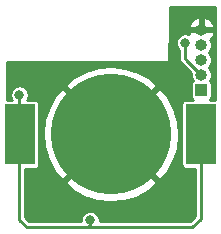
<source format=gbr>
G04 #@! TF.GenerationSoftware,KiCad,Pcbnew,(5.1.0)-1*
G04 #@! TF.CreationDate,2019-06-28T09:21:03+02:00*
G04 #@! TF.ProjectId,Drop,44726f70-2e6b-4696-9361-645f70636258,rev?*
G04 #@! TF.SameCoordinates,Original*
G04 #@! TF.FileFunction,Copper,L2,Bot*
G04 #@! TF.FilePolarity,Positive*
%FSLAX46Y46*%
G04 Gerber Fmt 4.6, Leading zero omitted, Abs format (unit mm)*
G04 Created by KiCad (PCBNEW (5.1.0)-1) date 2019-06-28 09:21:03*
%MOMM*%
%LPD*%
G04 APERTURE LIST*
%ADD10R,2.500000X5.100000*%
%ADD11C,10.200000*%
%ADD12R,1.000000X1.000000*%
%ADD13O,1.000000X1.000000*%
%ADD14C,0.800000*%
%ADD15C,0.250000*%
%ADD16C,0.254000*%
G04 APERTURE END LIST*
D10*
X131050000Y-64750000D03*
X146350000Y-64750000D03*
D11*
X138750000Y-64750000D03*
D12*
X146400000Y-61000000D03*
D13*
X146400000Y-59730000D03*
X146400000Y-58460000D03*
X146400000Y-57190000D03*
X146400000Y-55920000D03*
D14*
X131000000Y-61400000D03*
X137000000Y-72000000D03*
X143200000Y-68800000D03*
X131500000Y-59250000D03*
X133200000Y-68000000D03*
X145000000Y-57000000D03*
D15*
X131000000Y-67750000D02*
X131000000Y-64550000D01*
X131000000Y-64550000D02*
X131050000Y-64500000D01*
X131000000Y-67750000D02*
X131000000Y-72000000D01*
X131000000Y-72000000D02*
X131599990Y-72599990D01*
X131599990Y-72599990D02*
X133999990Y-72599990D01*
X131000000Y-64950000D02*
X131050000Y-65000000D01*
X131000000Y-61400000D02*
X131000000Y-64950000D01*
X133999990Y-72599990D02*
X145650010Y-72599990D01*
X146350000Y-71900000D02*
X146350000Y-64750000D01*
X145650010Y-72599990D02*
X146350000Y-71900000D01*
X137000000Y-72400000D02*
X137000000Y-72000000D01*
X136800000Y-72600000D02*
X137000000Y-72400000D01*
X135800020Y-72600000D02*
X136800000Y-72600000D01*
X133999990Y-72599990D02*
X135800010Y-72599990D01*
X135800010Y-72599990D02*
X135800020Y-72600000D01*
X145000000Y-58330000D02*
X145200000Y-58530000D01*
X145000000Y-57000000D02*
X145000000Y-58330000D01*
X145200000Y-58530000D02*
X146400000Y-59730000D01*
D16*
G36*
X147544000Y-61817157D02*
G01*
X147114116Y-61817157D01*
X147170711Y-61770711D01*
X147218322Y-61712696D01*
X147253701Y-61646508D01*
X147275487Y-61574689D01*
X147282843Y-61500000D01*
X147282843Y-60500000D01*
X147275487Y-60425311D01*
X147253701Y-60353492D01*
X147218322Y-60287304D01*
X147170711Y-60229289D01*
X147143858Y-60207251D01*
X147217875Y-60068775D01*
X147268252Y-59902706D01*
X147285262Y-59730000D01*
X147268252Y-59557294D01*
X147217875Y-59391225D01*
X147136068Y-59238175D01*
X147025975Y-59104025D01*
X147014978Y-59095000D01*
X147025975Y-59085975D01*
X147136068Y-58951825D01*
X147217875Y-58798775D01*
X147268252Y-58632706D01*
X147285262Y-58460000D01*
X147268252Y-58287294D01*
X147217875Y-58121225D01*
X147136068Y-57968175D01*
X147025975Y-57834025D01*
X147014978Y-57825000D01*
X147025975Y-57815975D01*
X147136068Y-57681825D01*
X147217875Y-57528775D01*
X147268252Y-57362706D01*
X147285262Y-57190000D01*
X147268252Y-57017294D01*
X147217875Y-56851225D01*
X147164626Y-56751604D01*
X147258865Y-56662020D01*
X147387123Y-56480206D01*
X147477446Y-56276864D01*
X147494119Y-56221874D01*
X147367954Y-56047000D01*
X146527000Y-56047000D01*
X146527000Y-56067000D01*
X146273000Y-56067000D01*
X146273000Y-56047000D01*
X145432046Y-56047000D01*
X145305881Y-56221874D01*
X145322554Y-56276864D01*
X145328756Y-56290827D01*
X145227809Y-56249013D01*
X145076922Y-56219000D01*
X144923078Y-56219000D01*
X144772191Y-56249013D01*
X144630058Y-56307887D01*
X144502141Y-56393358D01*
X144393358Y-56502141D01*
X144307887Y-56630058D01*
X144249013Y-56772191D01*
X144219000Y-56923078D01*
X144219000Y-57076922D01*
X144249013Y-57227809D01*
X144307887Y-57369942D01*
X144393358Y-57497859D01*
X144494000Y-57598501D01*
X144494001Y-58305144D01*
X144491553Y-58330000D01*
X144501322Y-58429192D01*
X144530255Y-58524574D01*
X144543098Y-58548601D01*
X144577242Y-58612479D01*
X144640474Y-58689527D01*
X144659781Y-58705372D01*
X145529951Y-59575542D01*
X145514738Y-59730000D01*
X145531748Y-59902706D01*
X145582125Y-60068775D01*
X145656142Y-60207251D01*
X145629289Y-60229289D01*
X145581678Y-60287304D01*
X145546299Y-60353492D01*
X145524513Y-60425311D01*
X145517157Y-60500000D01*
X145517157Y-61500000D01*
X145524513Y-61574689D01*
X145546299Y-61646508D01*
X145581678Y-61712696D01*
X145629289Y-61770711D01*
X145685884Y-61817157D01*
X145100000Y-61817157D01*
X145025311Y-61824513D01*
X144953492Y-61846299D01*
X144887304Y-61881678D01*
X144829289Y-61929289D01*
X144781678Y-61987304D01*
X144746299Y-62053492D01*
X144724513Y-62125311D01*
X144717157Y-62200000D01*
X144717157Y-67300000D01*
X144724513Y-67374689D01*
X144746299Y-67446508D01*
X144781678Y-67512696D01*
X144829289Y-67570711D01*
X144887304Y-67618322D01*
X144953492Y-67653701D01*
X145025311Y-67675487D01*
X145100000Y-67682843D01*
X145844001Y-67682843D01*
X145844000Y-71690408D01*
X145440419Y-72093990D01*
X137777605Y-72093990D01*
X137781000Y-72076922D01*
X137781000Y-71923078D01*
X137750987Y-71772191D01*
X137692113Y-71630058D01*
X137606642Y-71502141D01*
X137497859Y-71393358D01*
X137369942Y-71307887D01*
X137227809Y-71249013D01*
X137076922Y-71219000D01*
X136923078Y-71219000D01*
X136772191Y-71249013D01*
X136630058Y-71307887D01*
X136502141Y-71393358D01*
X136393358Y-71502141D01*
X136307887Y-71630058D01*
X136249013Y-71772191D01*
X136219000Y-71923078D01*
X136219000Y-72076922D01*
X136222395Y-72093990D01*
X135824856Y-72093990D01*
X135800010Y-72091543D01*
X135775164Y-72093990D01*
X131809582Y-72093990D01*
X131506000Y-71790409D01*
X131506000Y-68801411D01*
X134878194Y-68801411D01*
X135466309Y-69485678D01*
X136453289Y-70035299D01*
X137528530Y-70381809D01*
X138650712Y-70511892D01*
X139776710Y-70420549D01*
X140863251Y-70111289D01*
X141868581Y-69595999D01*
X142033691Y-69485678D01*
X142621806Y-68801411D01*
X138750000Y-64929605D01*
X134878194Y-68801411D01*
X131506000Y-68801411D01*
X131506000Y-67682843D01*
X132300000Y-67682843D01*
X132374689Y-67675487D01*
X132446508Y-67653701D01*
X132512696Y-67618322D01*
X132570711Y-67570711D01*
X132618322Y-67512696D01*
X132653701Y-67446508D01*
X132675487Y-67374689D01*
X132682843Y-67300000D01*
X132682843Y-64650712D01*
X132988108Y-64650712D01*
X133079451Y-65776710D01*
X133388711Y-66863251D01*
X133904001Y-67868581D01*
X134014322Y-68033691D01*
X134698589Y-68621806D01*
X138570395Y-64750000D01*
X138929605Y-64750000D01*
X142801411Y-68621806D01*
X143485678Y-68033691D01*
X144035299Y-67046711D01*
X144381809Y-65971470D01*
X144511892Y-64849288D01*
X144420549Y-63723290D01*
X144111289Y-62636749D01*
X143595999Y-61631419D01*
X143485678Y-61466309D01*
X142801411Y-60878194D01*
X138929605Y-64750000D01*
X138570395Y-64750000D01*
X134698589Y-60878194D01*
X134014322Y-61466309D01*
X133464701Y-62453289D01*
X133118191Y-63528530D01*
X132988108Y-64650712D01*
X132682843Y-64650712D01*
X132682843Y-62200000D01*
X132675487Y-62125311D01*
X132653701Y-62053492D01*
X132618322Y-61987304D01*
X132570711Y-61929289D01*
X132512696Y-61881678D01*
X132446508Y-61846299D01*
X132374689Y-61824513D01*
X132300000Y-61817157D01*
X131660565Y-61817157D01*
X131692113Y-61769942D01*
X131750987Y-61627809D01*
X131781000Y-61476922D01*
X131781000Y-61323078D01*
X131750987Y-61172191D01*
X131692113Y-61030058D01*
X131606642Y-60902141D01*
X131497859Y-60793358D01*
X131369942Y-60707887D01*
X131347495Y-60698589D01*
X134878194Y-60698589D01*
X138750000Y-64570395D01*
X142621806Y-60698589D01*
X142033691Y-60014322D01*
X141046711Y-59464701D01*
X139971470Y-59118191D01*
X138849288Y-58988108D01*
X137723290Y-59079451D01*
X136636749Y-59388711D01*
X135631419Y-59904001D01*
X135466309Y-60014322D01*
X134878194Y-60698589D01*
X131347495Y-60698589D01*
X131227809Y-60649013D01*
X131076922Y-60619000D01*
X130923078Y-60619000D01*
X130772191Y-60649013D01*
X130630058Y-60707887D01*
X130502141Y-60793358D01*
X130393358Y-60902141D01*
X130307887Y-61030058D01*
X130249013Y-61172191D01*
X130219000Y-61323078D01*
X130219000Y-61476922D01*
X130249013Y-61627809D01*
X130307887Y-61769942D01*
X130339435Y-61817157D01*
X129956000Y-61817157D01*
X129956000Y-58627000D01*
X143500000Y-58627000D01*
X143524776Y-58624560D01*
X143548601Y-58617333D01*
X143570557Y-58605597D01*
X143589803Y-58589803D01*
X143605597Y-58570557D01*
X143617333Y-58548601D01*
X143624560Y-58524776D01*
X143627000Y-58500000D01*
X143627000Y-58459377D01*
X143633175Y-58456137D01*
X143652542Y-58440491D01*
X143668483Y-58421368D01*
X143680388Y-58399503D01*
X143687798Y-58375735D01*
X143690429Y-58350978D01*
X143711467Y-55618126D01*
X145305881Y-55618126D01*
X145432046Y-55793000D01*
X146273000Y-55793000D01*
X146273000Y-54950871D01*
X146527000Y-54950871D01*
X146527000Y-55793000D01*
X147367954Y-55793000D01*
X147494119Y-55618126D01*
X147477446Y-55563136D01*
X147387123Y-55359794D01*
X147258865Y-55177980D01*
X147097601Y-55024682D01*
X146909529Y-54905790D01*
X146701876Y-54825874D01*
X146527000Y-54950871D01*
X146273000Y-54950871D01*
X146098124Y-54825874D01*
X145890471Y-54905790D01*
X145702399Y-55024682D01*
X145541135Y-55177980D01*
X145412877Y-55359794D01*
X145322554Y-55563136D01*
X145305881Y-55618126D01*
X143711467Y-55618126D01*
X143724263Y-53956000D01*
X147544000Y-53956000D01*
X147544000Y-61817157D01*
X147544000Y-61817157D01*
G37*
X147544000Y-61817157D02*
X147114116Y-61817157D01*
X147170711Y-61770711D01*
X147218322Y-61712696D01*
X147253701Y-61646508D01*
X147275487Y-61574689D01*
X147282843Y-61500000D01*
X147282843Y-60500000D01*
X147275487Y-60425311D01*
X147253701Y-60353492D01*
X147218322Y-60287304D01*
X147170711Y-60229289D01*
X147143858Y-60207251D01*
X147217875Y-60068775D01*
X147268252Y-59902706D01*
X147285262Y-59730000D01*
X147268252Y-59557294D01*
X147217875Y-59391225D01*
X147136068Y-59238175D01*
X147025975Y-59104025D01*
X147014978Y-59095000D01*
X147025975Y-59085975D01*
X147136068Y-58951825D01*
X147217875Y-58798775D01*
X147268252Y-58632706D01*
X147285262Y-58460000D01*
X147268252Y-58287294D01*
X147217875Y-58121225D01*
X147136068Y-57968175D01*
X147025975Y-57834025D01*
X147014978Y-57825000D01*
X147025975Y-57815975D01*
X147136068Y-57681825D01*
X147217875Y-57528775D01*
X147268252Y-57362706D01*
X147285262Y-57190000D01*
X147268252Y-57017294D01*
X147217875Y-56851225D01*
X147164626Y-56751604D01*
X147258865Y-56662020D01*
X147387123Y-56480206D01*
X147477446Y-56276864D01*
X147494119Y-56221874D01*
X147367954Y-56047000D01*
X146527000Y-56047000D01*
X146527000Y-56067000D01*
X146273000Y-56067000D01*
X146273000Y-56047000D01*
X145432046Y-56047000D01*
X145305881Y-56221874D01*
X145322554Y-56276864D01*
X145328756Y-56290827D01*
X145227809Y-56249013D01*
X145076922Y-56219000D01*
X144923078Y-56219000D01*
X144772191Y-56249013D01*
X144630058Y-56307887D01*
X144502141Y-56393358D01*
X144393358Y-56502141D01*
X144307887Y-56630058D01*
X144249013Y-56772191D01*
X144219000Y-56923078D01*
X144219000Y-57076922D01*
X144249013Y-57227809D01*
X144307887Y-57369942D01*
X144393358Y-57497859D01*
X144494000Y-57598501D01*
X144494001Y-58305144D01*
X144491553Y-58330000D01*
X144501322Y-58429192D01*
X144530255Y-58524574D01*
X144543098Y-58548601D01*
X144577242Y-58612479D01*
X144640474Y-58689527D01*
X144659781Y-58705372D01*
X145529951Y-59575542D01*
X145514738Y-59730000D01*
X145531748Y-59902706D01*
X145582125Y-60068775D01*
X145656142Y-60207251D01*
X145629289Y-60229289D01*
X145581678Y-60287304D01*
X145546299Y-60353492D01*
X145524513Y-60425311D01*
X145517157Y-60500000D01*
X145517157Y-61500000D01*
X145524513Y-61574689D01*
X145546299Y-61646508D01*
X145581678Y-61712696D01*
X145629289Y-61770711D01*
X145685884Y-61817157D01*
X145100000Y-61817157D01*
X145025311Y-61824513D01*
X144953492Y-61846299D01*
X144887304Y-61881678D01*
X144829289Y-61929289D01*
X144781678Y-61987304D01*
X144746299Y-62053492D01*
X144724513Y-62125311D01*
X144717157Y-62200000D01*
X144717157Y-67300000D01*
X144724513Y-67374689D01*
X144746299Y-67446508D01*
X144781678Y-67512696D01*
X144829289Y-67570711D01*
X144887304Y-67618322D01*
X144953492Y-67653701D01*
X145025311Y-67675487D01*
X145100000Y-67682843D01*
X145844001Y-67682843D01*
X145844000Y-71690408D01*
X145440419Y-72093990D01*
X137777605Y-72093990D01*
X137781000Y-72076922D01*
X137781000Y-71923078D01*
X137750987Y-71772191D01*
X137692113Y-71630058D01*
X137606642Y-71502141D01*
X137497859Y-71393358D01*
X137369942Y-71307887D01*
X137227809Y-71249013D01*
X137076922Y-71219000D01*
X136923078Y-71219000D01*
X136772191Y-71249013D01*
X136630058Y-71307887D01*
X136502141Y-71393358D01*
X136393358Y-71502141D01*
X136307887Y-71630058D01*
X136249013Y-71772191D01*
X136219000Y-71923078D01*
X136219000Y-72076922D01*
X136222395Y-72093990D01*
X135824856Y-72093990D01*
X135800010Y-72091543D01*
X135775164Y-72093990D01*
X131809582Y-72093990D01*
X131506000Y-71790409D01*
X131506000Y-68801411D01*
X134878194Y-68801411D01*
X135466309Y-69485678D01*
X136453289Y-70035299D01*
X137528530Y-70381809D01*
X138650712Y-70511892D01*
X139776710Y-70420549D01*
X140863251Y-70111289D01*
X141868581Y-69595999D01*
X142033691Y-69485678D01*
X142621806Y-68801411D01*
X138750000Y-64929605D01*
X134878194Y-68801411D01*
X131506000Y-68801411D01*
X131506000Y-67682843D01*
X132300000Y-67682843D01*
X132374689Y-67675487D01*
X132446508Y-67653701D01*
X132512696Y-67618322D01*
X132570711Y-67570711D01*
X132618322Y-67512696D01*
X132653701Y-67446508D01*
X132675487Y-67374689D01*
X132682843Y-67300000D01*
X132682843Y-64650712D01*
X132988108Y-64650712D01*
X133079451Y-65776710D01*
X133388711Y-66863251D01*
X133904001Y-67868581D01*
X134014322Y-68033691D01*
X134698589Y-68621806D01*
X138570395Y-64750000D01*
X138929605Y-64750000D01*
X142801411Y-68621806D01*
X143485678Y-68033691D01*
X144035299Y-67046711D01*
X144381809Y-65971470D01*
X144511892Y-64849288D01*
X144420549Y-63723290D01*
X144111289Y-62636749D01*
X143595999Y-61631419D01*
X143485678Y-61466309D01*
X142801411Y-60878194D01*
X138929605Y-64750000D01*
X138570395Y-64750000D01*
X134698589Y-60878194D01*
X134014322Y-61466309D01*
X133464701Y-62453289D01*
X133118191Y-63528530D01*
X132988108Y-64650712D01*
X132682843Y-64650712D01*
X132682843Y-62200000D01*
X132675487Y-62125311D01*
X132653701Y-62053492D01*
X132618322Y-61987304D01*
X132570711Y-61929289D01*
X132512696Y-61881678D01*
X132446508Y-61846299D01*
X132374689Y-61824513D01*
X132300000Y-61817157D01*
X131660565Y-61817157D01*
X131692113Y-61769942D01*
X131750987Y-61627809D01*
X131781000Y-61476922D01*
X131781000Y-61323078D01*
X131750987Y-61172191D01*
X131692113Y-61030058D01*
X131606642Y-60902141D01*
X131497859Y-60793358D01*
X131369942Y-60707887D01*
X131347495Y-60698589D01*
X134878194Y-60698589D01*
X138750000Y-64570395D01*
X142621806Y-60698589D01*
X142033691Y-60014322D01*
X141046711Y-59464701D01*
X139971470Y-59118191D01*
X138849288Y-58988108D01*
X137723290Y-59079451D01*
X136636749Y-59388711D01*
X135631419Y-59904001D01*
X135466309Y-60014322D01*
X134878194Y-60698589D01*
X131347495Y-60698589D01*
X131227809Y-60649013D01*
X131076922Y-60619000D01*
X130923078Y-60619000D01*
X130772191Y-60649013D01*
X130630058Y-60707887D01*
X130502141Y-60793358D01*
X130393358Y-60902141D01*
X130307887Y-61030058D01*
X130249013Y-61172191D01*
X130219000Y-61323078D01*
X130219000Y-61476922D01*
X130249013Y-61627809D01*
X130307887Y-61769942D01*
X130339435Y-61817157D01*
X129956000Y-61817157D01*
X129956000Y-58627000D01*
X143500000Y-58627000D01*
X143524776Y-58624560D01*
X143548601Y-58617333D01*
X143570557Y-58605597D01*
X143589803Y-58589803D01*
X143605597Y-58570557D01*
X143617333Y-58548601D01*
X143624560Y-58524776D01*
X143627000Y-58500000D01*
X143627000Y-58459377D01*
X143633175Y-58456137D01*
X143652542Y-58440491D01*
X143668483Y-58421368D01*
X143680388Y-58399503D01*
X143687798Y-58375735D01*
X143690429Y-58350978D01*
X143711467Y-55618126D01*
X145305881Y-55618126D01*
X145432046Y-55793000D01*
X146273000Y-55793000D01*
X146273000Y-54950871D01*
X146527000Y-54950871D01*
X146527000Y-55793000D01*
X147367954Y-55793000D01*
X147494119Y-55618126D01*
X147477446Y-55563136D01*
X147387123Y-55359794D01*
X147258865Y-55177980D01*
X147097601Y-55024682D01*
X146909529Y-54905790D01*
X146701876Y-54825874D01*
X146527000Y-54950871D01*
X146273000Y-54950871D01*
X146098124Y-54825874D01*
X145890471Y-54905790D01*
X145702399Y-55024682D01*
X145541135Y-55177980D01*
X145412877Y-55359794D01*
X145322554Y-55563136D01*
X145305881Y-55618126D01*
X143711467Y-55618126D01*
X143724263Y-53956000D01*
X147544000Y-53956000D01*
X147544000Y-61817157D01*
M02*

</source>
